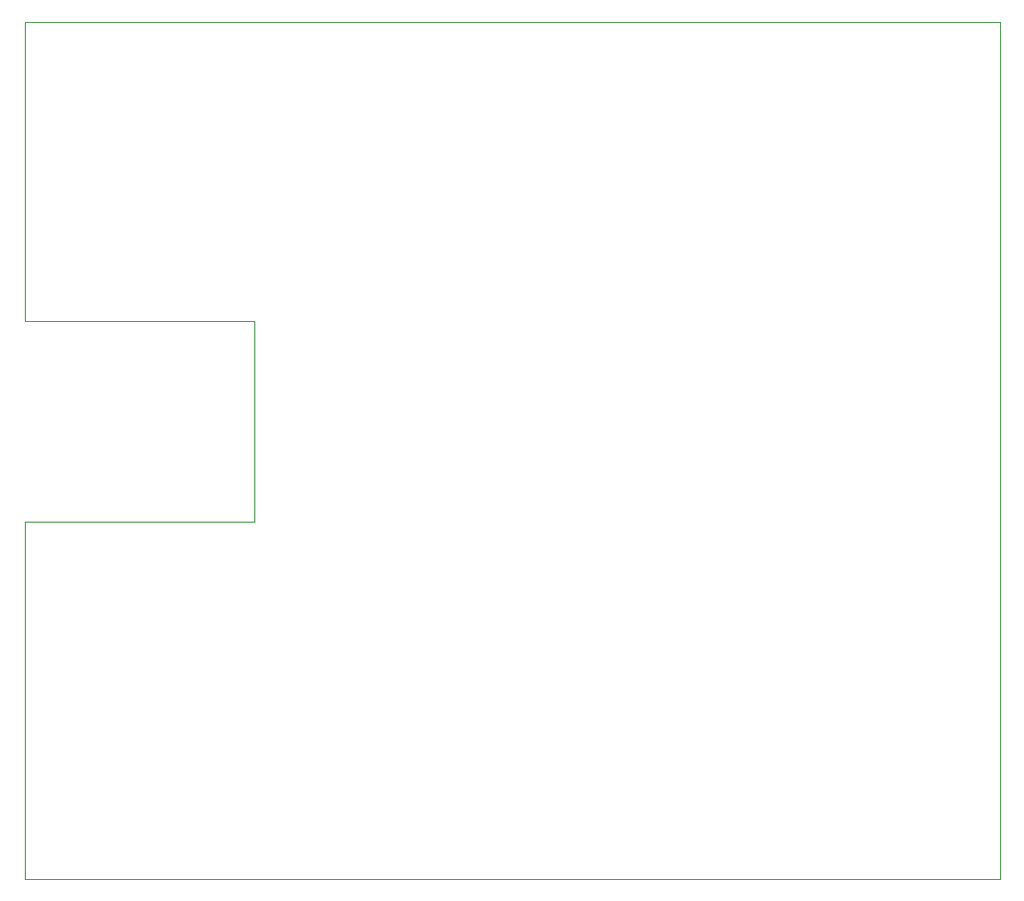
<source format=gko>
G04 #@! TF.FileFunction,Profile,NP*
%FSLAX46Y46*%
G04 Gerber Fmt 4.6, Leading zero omitted, Abs format (unit mm)*
G04 Created by KiCad (PCBNEW (2014-11-27 BZR 5304)-product) date 2015 March 23, Monday 21:33:43*
%MOMM*%
G01*
G04 APERTURE LIST*
%ADD10C,0.100000*%
%ADD11C,0.050000*%
%ADD12C,0.010000*%
G04 APERTURE END LIST*
D10*
D11*
X101600000Y-61695000D02*
X101600000Y-88265000D01*
X101600000Y-106045000D02*
X101600000Y-137695000D01*
X187960000Y-61695000D02*
X187960000Y-137695000D01*
X101600000Y-137695000D02*
X187960000Y-137695000D01*
X101600000Y-61695000D02*
X187960000Y-61695000D01*
D12*
X121920000Y-88265000D02*
X101600000Y-88265000D01*
X121920000Y-106045000D02*
X121920000Y-88265000D01*
X101600000Y-106045000D02*
X121920000Y-106045000D01*
M02*

</source>
